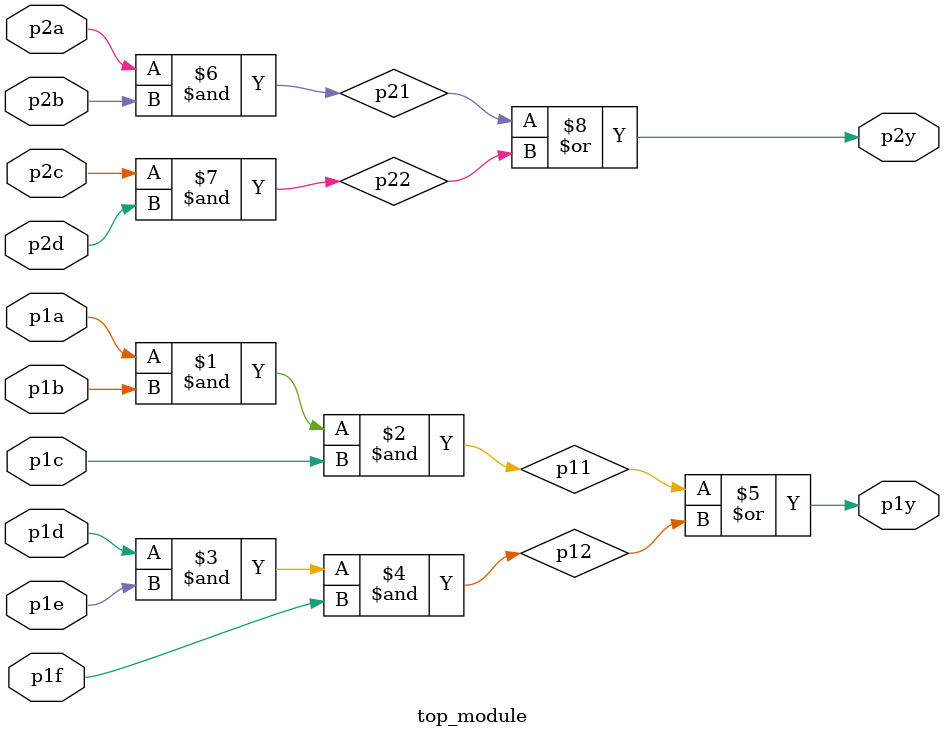
<source format=v>
module top_module ( 
    input p1a, p1b, p1c, p1d, p1e, p1f,
    output p1y,
    input p2a, p2b, p2c, p2d,
    output p2y );
    wire p21,p22,p11,p12;
    assign p11=p1a&p1b&p1c;
    assign p12=p1d&p1e&p1f;
    assign p1y=p11|p12;
    assign p21=p2a&p2b;
    assign p22=p2c&p2d;
    assign p2y=p21|p22;


endmodule

</source>
